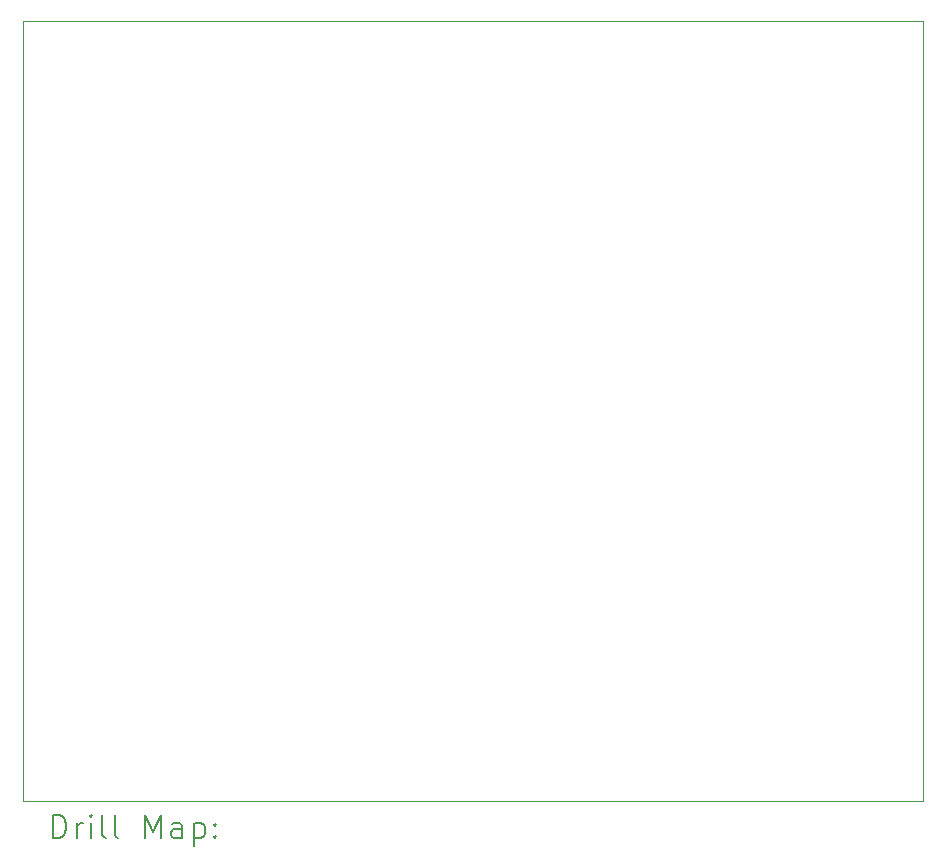
<source format=gbr>
%TF.GenerationSoftware,KiCad,Pcbnew,6.0.11+dfsg-1*%
%TF.CreationDate,2026-01-30T16:22:21+01:00*%
%TF.ProjectId,baliza,62616c69-7a61-42e6-9b69-6361645f7063,rev?*%
%TF.SameCoordinates,Original*%
%TF.FileFunction,Drillmap*%
%TF.FilePolarity,Positive*%
%FSLAX45Y45*%
G04 Gerber Fmt 4.5, Leading zero omitted, Abs format (unit mm)*
G04 Created by KiCad (PCBNEW 6.0.11+dfsg-1) date 2026-01-30 16:22:21*
%MOMM*%
%LPD*%
G01*
G04 APERTURE LIST*
%ADD10C,0.100000*%
%ADD11C,0.200000*%
G04 APERTURE END LIST*
D10*
X16510000Y-5334000D02*
X16510000Y-11938000D01*
X8890000Y-11938000D02*
X8890000Y-5334000D01*
X16256000Y-5334000D02*
X16510000Y-5334000D01*
X8890000Y-5334000D02*
X16256000Y-5334000D01*
X16510000Y-11938000D02*
X8890000Y-11938000D01*
D11*
X9142619Y-12253476D02*
X9142619Y-12053476D01*
X9190238Y-12053476D01*
X9218810Y-12063000D01*
X9237857Y-12082048D01*
X9247381Y-12101095D01*
X9256905Y-12139190D01*
X9256905Y-12167762D01*
X9247381Y-12205857D01*
X9237857Y-12224905D01*
X9218810Y-12243952D01*
X9190238Y-12253476D01*
X9142619Y-12253476D01*
X9342619Y-12253476D02*
X9342619Y-12120143D01*
X9342619Y-12158238D02*
X9352143Y-12139190D01*
X9361667Y-12129667D01*
X9380714Y-12120143D01*
X9399762Y-12120143D01*
X9466429Y-12253476D02*
X9466429Y-12120143D01*
X9466429Y-12053476D02*
X9456905Y-12063000D01*
X9466429Y-12072524D01*
X9475952Y-12063000D01*
X9466429Y-12053476D01*
X9466429Y-12072524D01*
X9590238Y-12253476D02*
X9571190Y-12243952D01*
X9561667Y-12224905D01*
X9561667Y-12053476D01*
X9695000Y-12253476D02*
X9675952Y-12243952D01*
X9666429Y-12224905D01*
X9666429Y-12053476D01*
X9923571Y-12253476D02*
X9923571Y-12053476D01*
X9990238Y-12196333D01*
X10056905Y-12053476D01*
X10056905Y-12253476D01*
X10237857Y-12253476D02*
X10237857Y-12148714D01*
X10228333Y-12129667D01*
X10209286Y-12120143D01*
X10171190Y-12120143D01*
X10152143Y-12129667D01*
X10237857Y-12243952D02*
X10218810Y-12253476D01*
X10171190Y-12253476D01*
X10152143Y-12243952D01*
X10142619Y-12224905D01*
X10142619Y-12205857D01*
X10152143Y-12186809D01*
X10171190Y-12177286D01*
X10218810Y-12177286D01*
X10237857Y-12167762D01*
X10333095Y-12120143D02*
X10333095Y-12320143D01*
X10333095Y-12129667D02*
X10352143Y-12120143D01*
X10390238Y-12120143D01*
X10409286Y-12129667D01*
X10418810Y-12139190D01*
X10428333Y-12158238D01*
X10428333Y-12215381D01*
X10418810Y-12234428D01*
X10409286Y-12243952D01*
X10390238Y-12253476D01*
X10352143Y-12253476D01*
X10333095Y-12243952D01*
X10514048Y-12234428D02*
X10523571Y-12243952D01*
X10514048Y-12253476D01*
X10504524Y-12243952D01*
X10514048Y-12234428D01*
X10514048Y-12253476D01*
X10514048Y-12129667D02*
X10523571Y-12139190D01*
X10514048Y-12148714D01*
X10504524Y-12139190D01*
X10514048Y-12129667D01*
X10514048Y-12148714D01*
M02*

</source>
